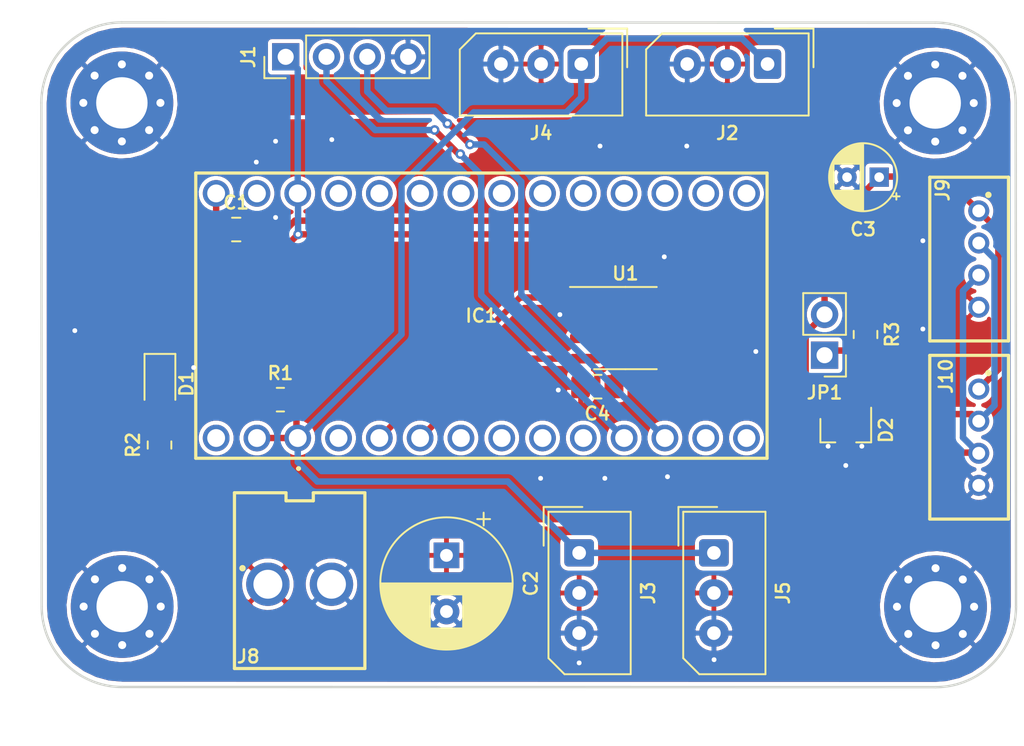
<source format=kicad_pcb>
(kicad_pcb (version 20171130) (host pcbnew "(5.1.6)-1")
  (layers (0 F.Cu signal) (31 B.Cu signal) (34 B.Paste user) (35 F.Paste user) (36 B.SilkS user) (37 F.SilkS user) (38 B.Mask user) (39 F.Mask user) (44 Edge.Cuts user))
  (net 0 "")
  (net 1 +5V)
  (net 2 GND)
  (net 3 +12V)
  (net 4 +3V3)
  (net 5 "Net-(D1-Pad2)")
  (net 6 /CANH)
  (net 7 /CANL)
  (net 8 /AX12_BUS)
  (net 9 "Net-(IC1-Pad36)")
  (net 10 "Net-(IC1-Pad25)")
  (net 11 "Net-(IC1-Pad23)")
  (net 12 "Net-(IC1-Pad22)")
  (net 13 "Net-(IC1-Pad21)")
  (net 14 "Net-(IC1-Pad20)")
  (net 15 "Net-(IC1-Pad19)")
  (net 16 "Net-(IC1-Pad18)")
  (net 17 "Net-(IC1-Pad17)")
  (net 18 "Net-(IC1-Pad16)")
  (net 19 "Net-(IC1-Pad15)")
  (net 20 "Net-(IC1-Pad14)")
  (net 21 "Net-(IC1-Pad13)")
  (net 22 "Net-(IC1-Pad12)")
  (net 23 "Net-(IC1-Pad11)")
  (net 24 /RX)
  (net 25 /TX)
  (net 26 "Net-(IC1-Pad8)")
  (net 27 "Net-(IC1-Pad7)")
  (net 28 "Net-(IC1-Pad6)")
  (net 29 "Net-(IC1-Pad5)")
  (net 30 /CANRX)
  (net 31 /CANTX)
  (net 32 "Net-(IC1-Pad2)")
  (net 33 "Net-(JP1-Pad1)")
  (net 34 "Net-(U1-Pad5)")
  (net 35 "Net-(U1-Pad8)")
  (module Connector_Molex:Molex_SPOX_5267-03A_1x03_P2.50mm_Vertical (layer F.Cu) (at 145.49 77.545001 270)
    (fp_text reference J5 (at 2.5 -4.3 90) (layer F.SilkS) (effects (font (size 0.8128 0.8128) (thickness 0.1524))))
    (fp_text value AX12)
    (pad 3 thru_hole oval (at 5 0 270) (size 1.7 1.85) (drill 0.85) (layers *.Cu *.Mask) (net 2 GND))
    (pad 2 thru_hole oval (at 2.5 0 270) (size 1.7 1.85) (drill 0.85) (layers *.Cu *.Mask) (net 3 +12V))
    (pad 1 thru_hole roundrect (at 0 0 270) (size 1.7 1.85) (drill 0.85) (layers *.Cu *.Mask) (roundrect_rratio 0.147059) (net 8 /AX12_BUS))
  )
  (module AREA_lib_composant:TEENSY32 (layer F.Cu) (at 119.58 70.39)
    (fp_text reference IC1 (at 11.435 -7.62) (layer F.SilkS) (effects (font (size 0.8128 0.8128) (thickness 0.1524))))
    (fp_text value TEENSY3.2 hide)
    (pad 1 thru_hole circle (at 0 0) (size 1.665 1.665) (drill 1.11) (layers *.Cu *.Mask) (net 8 /AX12_BUS))
    (pad 2 thru_hole circle (at 2.54 0) (size 1.665 1.665) (drill 1.11) (layers *.Cu *.Mask) (net 32 "Net-(IC1-Pad2)"))
    (pad 3 thru_hole circle (at 5.08 0) (size 1.665 1.665) (drill 1.11) (layers *.Cu *.Mask) (net 31 /CANTX))
    (pad 4 thru_hole circle (at 7.62 0) (size 1.665 1.665) (drill 1.11) (layers *.Cu *.Mask) (net 30 /CANRX))
    (pad 5 thru_hole circle (at 10.16 0) (size 1.665 1.665) (drill 1.11) (layers *.Cu *.Mask) (net 29 "Net-(IC1-Pad5)"))
    (pad 6 thru_hole circle (at 12.7 0) (size 1.665 1.665) (drill 1.11) (layers *.Cu *.Mask) (net 28 "Net-(IC1-Pad6)"))
    (pad 7 thru_hole circle (at 15.24 0) (size 1.665 1.665) (drill 1.11) (layers *.Cu *.Mask) (net 27 "Net-(IC1-Pad7)"))
    (pad 8 thru_hole circle (at 17.78 0) (size 1.665 1.665) (drill 1.11) (layers *.Cu *.Mask) (net 26 "Net-(IC1-Pad8)"))
    (pad 9 thru_hole circle (at 20.32 0) (size 1.665 1.665) (drill 1.11) (layers *.Cu *.Mask) (net 25 /TX))
    (pad 10 thru_hole circle (at 22.86 0) (size 1.665 1.665) (drill 1.11) (layers *.Cu *.Mask) (net 24 /RX))
    (pad 11 thru_hole circle (at 25.4 0) (size 1.665 1.665) (drill 1.11) (layers *.Cu *.Mask) (net 23 "Net-(IC1-Pad11)"))
    (pad 12 thru_hole circle (at 27.94 0) (size 1.665 1.665) (drill 1.11) (layers *.Cu *.Mask) (net 22 "Net-(IC1-Pad12)"))
    (pad 13 thru_hole circle (at 27.94 -15.24) (size 1.665 1.665) (drill 1.11) (layers *.Cu *.Mask) (net 21 "Net-(IC1-Pad13)"))
    (pad 14 thru_hole circle (at 25.4 -15.24) (size 1.665 1.665) (drill 1.11) (layers *.Cu *.Mask) (net 20 "Net-(IC1-Pad14)"))
    (pad 15 thru_hole circle (at 22.86 -15.24) (size 1.665 1.665) (drill 1.11) (layers *.Cu *.Mask) (net 19 "Net-(IC1-Pad15)"))
    (pad 16 thru_hole circle (at 20.32 -15.24) (size 1.665 1.665) (drill 1.11) (layers *.Cu *.Mask) (net 18 "Net-(IC1-Pad16)"))
    (pad 17 thru_hole circle (at 17.78 -15.24) (size 1.665 1.665) (drill 1.11) (layers *.Cu *.Mask) (net 17 "Net-(IC1-Pad17)"))
    (pad 18 thru_hole circle (at 15.24 -15.24) (size 1.665 1.665) (drill 1.11) (layers *.Cu *.Mask) (net 16 "Net-(IC1-Pad18)"))
    (pad 19 thru_hole circle (at 12.7 -15.24) (size 1.665 1.665) (drill 1.11) (layers *.Cu *.Mask) (net 15 "Net-(IC1-Pad19)"))
    (pad 20 thru_hole circle (at 10.16 -15.24) (size 1.665 1.665) (drill 1.11) (layers *.Cu *.Mask) (net 14 "Net-(IC1-Pad20)"))
    (pad 21 thru_hole circle (at 7.62 -15.24) (size 1.665 1.665) (drill 1.11) (layers *.Cu *.Mask) (net 13 "Net-(IC1-Pad21)"))
    (pad 22 thru_hole circle (at 5.08 -15.24) (size 1.665 1.665) (drill 1.11) (layers *.Cu *.Mask) (net 12 "Net-(IC1-Pad22)"))
    (pad 23 thru_hole circle (at 2.54 -15.24) (size 1.665 1.665) (drill 1.11) (layers *.Cu *.Mask) (net 11 "Net-(IC1-Pad23)"))
    (pad 24 thru_hole circle (at 0 -15.24) (size 1.665 1.665) (drill 1.11) (layers *.Cu *.Mask) (net 4 +3V3))
    (pad 25 thru_hole circle (at -2.54 -15.24) (size 1.665 1.665) (drill 1.11) (layers *.Cu *.Mask) (net 10 "Net-(IC1-Pad25)"))
    (pad 26 thru_hole circle (at -5.08 -15.24) (size 1.665 1.665) (drill 1.11) (layers *.Cu *.Mask) (net 1 +5V))
    (pad 36 thru_hole circle (at -5.08 0) (size 1.665 1.665) (drill 1.11) (layers *.Cu *.Mask) (net 9 "Net-(IC1-Pad36)"))
    (pad 37 thru_hole circle (at -2.54 0) (size 1.665 1.665) (drill 1.11) (layers *.Cu *.Mask) (net 8 /AX12_BUS))
  )
  (module Connector_Molex:Molex_SPOX_5267-03A_1x03_P2.50mm_Vertical (layer F.Cu) (at 137.1 77.545001 270)
    (fp_text reference J3 (at 2.5 -4.3 270) (layer F.SilkS) (effects (font (size 0.8128 0.8128) (thickness 0.1524))))
    (fp_text value AX12)
    (pad 3 thru_hole oval (at 5 0 270) (size 1.7 1.85) (drill 0.85) (layers *.Cu *.Mask) (net 2 GND))
    (pad 2 thru_hole oval (at 2.5 0 270) (size 1.7 1.85) (drill 0.85) (layers *.Cu *.Mask) (net 3 +12V))
    (pad 1 thru_hole roundrect (at 0 0 270) (size 1.7 1.85) (drill 0.85) (layers *.Cu *.Mask) (roundrect_rratio 0.147059) (net 8 /AX12_BUS))
  )
  (module MountingHole:MountingHole_3.2mm_M3_Pad_Via (layer F.Cu) (at 108.63 49.508763)
    (fp_text reference H4)
    (fp_text value MountingHole_Pad)
    (pad 1 thru_hole circle (at 1.697056 -1.697056) (size 0.8 0.8) (drill 0.5) (layers *.Cu *.Mask) (net 2 GND))
    (pad 1 thru_hole circle (at 0 -2.4) (size 0.8 0.8) (drill 0.5) (layers *.Cu *.Mask) (net 2 GND))
    (pad 1 thru_hole circle (at -1.697056 -1.697056) (size 0.8 0.8) (drill 0.5) (layers *.Cu *.Mask) (net 2 GND))
    (pad 1 thru_hole circle (at -2.4 0) (size 0.8 0.8) (drill 0.5) (layers *.Cu *.Mask) (net 2 GND))
    (pad 1 thru_hole circle (at -1.697056 1.697056) (size 0.8 0.8) (drill 0.5) (layers *.Cu *.Mask) (net 2 GND))
    (pad 1 thru_hole circle (at 0 2.4) (size 0.8 0.8) (drill 0.5) (layers *.Cu *.Mask) (net 2 GND))
    (pad 1 thru_hole circle (at 1.697056 1.697056) (size 0.8 0.8) (drill 0.5) (layers *.Cu *.Mask) (net 2 GND))
    (pad 1 thru_hole circle (at 2.4 0) (size 0.8 0.8) (drill 0.5) (layers *.Cu *.Mask) (net 2 GND))
    (pad 1 thru_hole circle (at 0 0) (size 6.4 6.4) (drill 3.2) (layers *.Cu *.Mask) (net 2 GND))
  )
  (module MountingHole:MountingHole_3.2mm_M3_Pad_Via (layer F.Cu) (at 159.268763 49.52)
    (fp_text reference H3)
    (fp_text value MountingHole_Pad hide)
    (pad 1 thru_hole circle (at 1.697056 -1.697056) (size 0.8 0.8) (drill 0.5) (layers *.Cu *.Mask) (net 2 GND))
    (pad 1 thru_hole circle (at 0 -2.4) (size 0.8 0.8) (drill 0.5) (layers *.Cu *.Mask) (net 2 GND))
    (pad 1 thru_hole circle (at -1.697056 -1.697056) (size 0.8 0.8) (drill 0.5) (layers *.Cu *.Mask) (net 2 GND))
    (pad 1 thru_hole circle (at -2.4 0) (size 0.8 0.8) (drill 0.5) (layers *.Cu *.Mask) (net 2 GND))
    (pad 1 thru_hole circle (at -1.697056 1.697056) (size 0.8 0.8) (drill 0.5) (layers *.Cu *.Mask) (net 2 GND))
    (pad 1 thru_hole circle (at 0 2.4) (size 0.8 0.8) (drill 0.5) (layers *.Cu *.Mask) (net 2 GND))
    (pad 1 thru_hole circle (at 1.697056 1.697056) (size 0.8 0.8) (drill 0.5) (layers *.Cu *.Mask) (net 2 GND))
    (pad 1 thru_hole circle (at 2.4 0) (size 0.8 0.8) (drill 0.5) (layers *.Cu *.Mask) (net 2 GND))
    (pad 1 thru_hole circle (at 0 0) (size 6.4 6.4) (drill 3.2) (layers *.Cu *.Mask) (net 2 GND))
  )
  (module MountingHole:MountingHole_3.2mm_M3_Pad_Via (layer F.Cu) (at 159.288763 80.9)
    (fp_text reference H2)
    (fp_text value MountingHole_Pad)
    (pad 1 thru_hole circle (at 1.697056 -1.697056) (size 0.8 0.8) (drill 0.5) (layers *.Cu *.Mask) (net 2 GND))
    (pad 1 thru_hole circle (at 0 -2.4) (size 0.8 0.8) (drill 0.5) (layers *.Cu *.Mask) (net 2 GND))
    (pad 1 thru_hole circle (at -1.697056 -1.697056) (size 0.8 0.8) (drill 0.5) (layers *.Cu *.Mask) (net 2 GND))
    (pad 1 thru_hole circle (at -2.4 0) (size 0.8 0.8) (drill 0.5) (layers *.Cu *.Mask) (net 2 GND))
    (pad 1 thru_hole circle (at -1.697056 1.697056) (size 0.8 0.8) (drill 0.5) (layers *.Cu *.Mask) (net 2 GND))
    (pad 1 thru_hole circle (at 0 2.4) (size 0.8 0.8) (drill 0.5) (layers *.Cu *.Mask) (net 2 GND))
    (pad 1 thru_hole circle (at 1.697056 1.697056) (size 0.8 0.8) (drill 0.5) (layers *.Cu *.Mask) (net 2 GND))
    (pad 1 thru_hole circle (at 2.4 0) (size 0.8 0.8) (drill 0.5) (layers *.Cu *.Mask) (net 2 GND))
    (pad 1 thru_hole circle (at 0 0) (size 6.4 6.4) (drill 3.2) (layers *.Cu *.Mask) (net 2 GND))
  )
  (module MountingHole:MountingHole_3.2mm_M3_Pad_Via (layer F.Cu) (at 108.65 80.888763)
    (fp_text reference H1)
    (fp_text value MountingHole_Pad)
    (pad 1 thru_hole circle (at 1.697056 -1.697056) (size 0.8 0.8) (drill 0.5) (layers *.Cu *.Mask) (net 2 GND))
    (pad 1 thru_hole circle (at 0 -2.4) (size 0.8 0.8) (drill 0.5) (layers *.Cu *.Mask) (net 2 GND))
    (pad 1 thru_hole circle (at -1.697056 -1.697056) (size 0.8 0.8) (drill 0.5) (layers *.Cu *.Mask) (net 2 GND))
    (pad 1 thru_hole circle (at -2.4 0) (size 0.8 0.8) (drill 0.5) (layers *.Cu *.Mask) (net 2 GND))
    (pad 1 thru_hole circle (at -1.697056 1.697056) (size 0.8 0.8) (drill 0.5) (layers *.Cu *.Mask) (net 2 GND))
    (pad 1 thru_hole circle (at 0 2.4) (size 0.8 0.8) (drill 0.5) (layers *.Cu *.Mask) (net 2 GND))
    (pad 1 thru_hole circle (at 1.697056 1.697056) (size 0.8 0.8) (drill 0.5) (layers *.Cu *.Mask) (net 2 GND))
    (pad 1 thru_hole circle (at 2.4 0) (size 0.8 0.8) (drill 0.5) (layers *.Cu *.Mask) (net 2 GND))
    (pad 1 thru_hole circle (at 0 0) (size 6.4 6.4) (drill 3.2) (layers *.Cu *.Mask) (net 2 GND))
  )
  (module Capacitor_THT:CP_Radial_D8.0mm_P3.50mm (layer F.Cu) (at 128.84 77.7 270)
    (fp_text reference C2 (at 1.75 -5.25 90) (layer F.SilkS) (effects (font (size 0.8128 0.8128) (thickness 0.1524))))
    (fp_text value 100u)
    (pad 2 thru_hole circle (at 3.5 0 270) (size 1.6 1.6) (drill 0.8) (layers *.Cu *.Mask) (net 2 GND))
    (pad 1 thru_hole rect (at 0 0 270) (size 1.6 1.6) (drill 0.8) (layers *.Cu *.Mask) (net 3 +12V))
  )
  (module Capacitor_THT:CP_Radial_D4.0mm_P2.00mm (layer F.Cu) (at 155.78 54.14 180)
    (fp_text reference C3 (at 1 -3.25) (layer F.SilkS) (effects (font (size 0.8128 0.8128) (thickness 0.1524))))
    (fp_text value 10u)
    (pad 2 thru_hole circle (at 2 0 180) (size 1.2 1.2) (drill 0.6) (layers *.Cu *.Mask) (net 2 GND))
    (pad 1 thru_hole rect (at 0 0 180) (size 1.2 1.2) (drill 0.6) (layers *.Cu *.Mask) (net 1 +5V))
  )
  (module LED_SMD:LED_0805_2012Metric_Pad1.15x1.40mm_HandSolder (layer F.Cu) (at 111 67.01 270)
    (fp_text reference D1 (at 0 -1.65 90) (layer F.SilkS) (effects (font (size 0.8128 0.8128) (thickness 0.1524))))
    (fp_text value LED_12V)
    (pad 2 smd roundrect (at 1.025 0 270) (size 1.15 1.4) (layers F.Cu F.Paste F.Mask) (roundrect_rratio 0.217391) (net 5 "Net-(D1-Pad2)"))
    (pad 1 smd roundrect (at -1.025 0 270) (size 1.15 1.4) (layers F.Cu F.Paste F.Mask) (roundrect_rratio 0.217391) (net 2 GND))
  )
  (module Package_TO_SOT_SMD:SOT-23 (layer F.Cu) (at 153.7 69.9 270)
    (fp_text reference D2 (at 0 -2.5 90) (layer F.SilkS) (effects (font (size 0.8128 0.8128) (thickness 0.1524))))
    (fp_text value TVS)
    (pad 3 smd rect (at 1 0 270) (size 0.9 0.8) (layers F.Cu F.Paste F.Mask) (net 2 GND))
    (pad 2 smd rect (at -1 0.95 270) (size 0.9 0.8) (layers F.Cu F.Paste F.Mask) (net 7 /CANL))
    (pad 1 smd rect (at -1 -0.95 270) (size 0.9 0.8) (layers F.Cu F.Paste F.Mask) (net 6 /CANH))
  )
  (module Connector_PinHeader_2.54mm:PinHeader_1x04_P2.54mm_Vertical (layer F.Cu) (at 118.83 46.64 90)
    (fp_text reference J1 (at 0 -2.33 90) (layer F.SilkS) (effects (font (size 0.8128 0.8128) (thickness 0.1524))))
    (fp_text value uart)
    (pad 4 thru_hole oval (at 0 7.62 90) (size 1.7 1.7) (drill 1) (layers *.Cu *.Mask) (net 2 GND))
    (pad 3 thru_hole oval (at 0 5.08 90) (size 1.7 1.7) (drill 1) (layers *.Cu *.Mask) (net 24 /RX))
    (pad 2 thru_hole oval (at 0 2.54 90) (size 1.7 1.7) (drill 1) (layers *.Cu *.Mask) (net 25 /TX))
    (pad 1 thru_hole rect (at 0 0 90) (size 1.7 1.7) (drill 1) (layers *.Cu *.Mask) (net 4 +3V3))
  )
  (module Connector_Molex:Molex_SPOX_5267-03A_1x03_P2.50mm_Vertical (layer F.Cu) (at 148.83 47.09 180)
    (fp_text reference J2 (at 2.5 -4.3) (layer F.SilkS) (effects (font (size 0.8128 0.8128) (thickness 0.1524))))
    (fp_text value AX12)
    (pad 3 thru_hole oval (at 5 0 180) (size 1.7 1.85) (drill 0.85) (layers *.Cu *.Mask) (net 2 GND))
    (pad 2 thru_hole oval (at 2.5 0 180) (size 1.7 1.85) (drill 0.85) (layers *.Cu *.Mask) (net 3 +12V))
    (pad 1 thru_hole roundrect (at 0 0 180) (size 1.7 1.85) (drill 0.85) (layers *.Cu *.Mask) (roundrect_rratio 0.147059) (net 8 /AX12_BUS))
  )
  (module Connector_Molex:Molex_SPOX_5267-03A_1x03_P2.50mm_Vertical (layer F.Cu) (at 137.23 47.09 180)
    (fp_text reference J4 (at 2.5 -4.3) (layer F.SilkS) (effects (font (size 0.8128 0.8128) (thickness 0.1524))))
    (fp_text value AX12)
    (pad 3 thru_hole oval (at 5 0 180) (size 1.7 1.85) (drill 0.85) (layers *.Cu *.Mask) (net 2 GND))
    (pad 2 thru_hole oval (at 2.5 0 180) (size 1.7 1.85) (drill 0.85) (layers *.Cu *.Mask) (net 3 +12V))
    (pad 1 thru_hole roundrect (at 0 0 180) (size 1.7 1.85) (drill 0.85) (layers *.Cu *.Mask) (roundrect_rratio 0.147059) (net 8 /AX12_BUS))
  )
  (module AREA_lib_Connector:Wuerth_3.96mm_2pin_645002114822 (layer F.Cu) (at 119.7 79 180)
    (fp_text reference J8 (at 3.2 -5) (layer F.SilkS) (effects (font (size 0.8128 0.8128) (thickness 0.1524))))
    (fp_text value 12VP)
    (pad 1 thru_hole circle (at 1.98 -0.5 180) (size 2.7 2.7) (drill 1.8) (layers *.Cu *.Mask) (net 3 +12V))
    (pad 2 thru_hole circle (at -1.98 -0.5 180) (size 2.7 2.7) (drill 1.8) (layers *.Cu *.Mask) (net 2 GND))
  )
  (module AREA_lib_Connector:Wuerth_2mm_4pin_62000411622 (layer F.Cu) (at 161.38 59.24 90)
    (fp_text reference J9 (at 4.3 -1.65 90) (layer F.SilkS) (effects (font (size 0.8128 0.8128) (thickness 0.1524))))
    (fp_text value Conn_CAN)
    (pad 1 thru_hole circle (at 3 0.6 90) (size 1.308 1.308) (drill 0.8) (layers *.Cu *.Mask) (net 1 +5V))
    (pad 2 thru_hole circle (at 1 0.6 90) (size 1.308 1.308) (drill 0.8) (layers *.Cu *.Mask) (net 6 /CANH))
    (pad 3 thru_hole circle (at -1 0.6 90) (size 1.308 1.308) (drill 0.8) (layers *.Cu *.Mask) (net 7 /CANL))
    (pad 4 thru_hole circle (at -3 0.6 90) (size 1.308 1.308) (drill 0.8) (layers *.Cu *.Mask) (net 2 GND))
  )
  (module AREA_lib_Connector:Wuerth_2mm_4pin_62000411622 (layer F.Cu) (at 161.38 70.34 90)
    (fp_text reference J10 (at 3.8 -1.45 90) (layer F.SilkS) (effects (font (size 0.8128 0.8128) (thickness 0.1524))))
    (fp_text value Conn_CAN)
    (pad 1 thru_hole circle (at 3 0.6 90) (size 1.308 1.308) (drill 0.8) (layers *.Cu *.Mask) (net 1 +5V))
    (pad 2 thru_hole circle (at 1 0.6 90) (size 1.308 1.308) (drill 0.8) (layers *.Cu *.Mask) (net 6 /CANH))
    (pad 3 thru_hole circle (at -1 0.6 90) (size 1.308 1.308) (drill 0.8) (layers *.Cu *.Mask) (net 7 /CANL))
    (pad 4 thru_hole circle (at -3 0.6 90) (size 1.308 1.308) (drill 0.8) (layers *.Cu *.Mask) (net 2 GND))
  )
  (module Connector_PinHeader_2.54mm:PinHeader_1x02_P2.54mm_Vertical (layer F.Cu) (at 152.38 65.23 180)
    (fp_text reference JP1 (at 0 -2.33) (layer F.SilkS) (effects (font (size 0.8128 0.8128) (thickness 0.1524))))
    (fp_text value 120)
    (pad 2 thru_hole oval (at 0 2.54 180) (size 1.7 1.7) (drill 1) (layers *.Cu *.Mask) (net 7 /CANL))
    (pad 1 thru_hole rect (at 0 0 180) (size 1.7 1.7) (drill 1) (layers *.Cu *.Mask) (net 33 "Net-(JP1-Pad1)"))
  )
  (module Package_SO:SOIC-8_3.9x4.9mm_P1.27mm (layer F.Cu) (at 139.98 63.54)
    (fp_text reference U1 (at 0 -3.4) (layer F.SilkS) (effects (font (size 0.8128 0.8128) (thickness 0.1524))))
    (fp_text value SN65HVD232)
    (pad 8 smd roundrect (at 2.475 -1.905) (size 1.95 0.6) (layers F.Cu F.Paste F.Mask) (net 35 "Net-(U1-Pad8)"))
    (pad 7 smd roundrect (at 2.475 -0.635) (size 1.95 0.6) (layers F.Cu F.Paste F.Mask) (net 6 /CANH))
    (pad 6 smd roundrect (at 2.475 0.635) (size 1.95 0.6) (layers F.Cu F.Paste F.Mask) (net 7 /CANL))
    (pad 5 smd roundrect (at 2.475 1.905) (size 1.95 0.6) (layers F.Cu F.Paste F.Mask) (net 34 "Net-(U1-Pad5)"))
    (pad 4 smd roundrect (at -2.475 1.905) (size 1.95 0.6) (layers F.Cu F.Paste F.Mask) (net 30 /CANRX))
    (pad 3 smd roundrect (at -2.475 0.635) (size 1.95 0.6) (layers F.Cu F.Paste F.Mask) (net 4 +3V3))
    (pad 2 smd roundrect (at -2.475 -0.635) (size 1.95 0.6) (layers F.Cu F.Paste F.Mask) (net 2 GND))
    (pad 1 smd roundrect (at -2.475 -1.905) (size 1.95 0.6) (layers F.Cu F.Paste F.Mask) (net 31 /CANTX))
  )
  (module Capacitor_SMD:C_0805_2012Metric_Pad1.18x1.45mm_HandSolder (layer F.Cu) (at 115.75 57.4)
    (fp_text reference C1 (at 0 -1.68) (layer F.SilkS) (effects (font (size 0.8128 0.8128) (thickness 0.1524))))
    (fp_text value 100n)
    (pad 1 smd roundrect (at -1.0375 0) (size 1.175 1.45) (layers F.Cu F.Paste F.Mask) (roundrect_rratio 0.212766) (net 1 +5V))
    (pad 2 smd roundrect (at 1.0375 0) (size 1.175 1.45) (layers F.Cu F.Paste F.Mask) (roundrect_rratio 0.212766) (net 2 GND))
  )
  (module Capacitor_SMD:C_0805_2012Metric_Pad1.18x1.45mm_HandSolder (layer F.Cu) (at 138.23 67.19 180)
    (fp_text reference C4 (at 0 -1.68) (layer F.SilkS) (effects (font (size 0.8128 0.8128) (thickness 0.1524))))
    (fp_text value 100n)
    (pad 2 smd roundrect (at 1.0375 0 180) (size 1.175 1.45) (layers F.Cu F.Paste F.Mask) (roundrect_rratio 0.212766) (net 2 GND))
    (pad 1 smd roundrect (at -1.0375 0 180) (size 1.175 1.45) (layers F.Cu F.Paste F.Mask) (roundrect_rratio 0.212766) (net 4 +3V3))
  )
  (module Resistor_SMD:R_0805_2012Metric_Pad1.20x1.40mm_HandSolder (layer F.Cu) (at 118.5 68)
    (fp_text reference R1 (at 0 -1.65) (layer F.SilkS) (effects (font (size 0.8128 0.8128) (thickness 0.1524))))
    (fp_text value 1.5K)
    (pad 1 smd roundrect (at -1 0) (size 1.2 1.4) (layers F.Cu F.Paste F.Mask) (roundrect_rratio 0.208333) (net 4 +3V3))
    (pad 2 smd roundrect (at 1 0) (size 1.2 1.4) (layers F.Cu F.Paste F.Mask) (roundrect_rratio 0.208333) (net 8 /AX12_BUS))
  )
  (module Resistor_SMD:R_0805_2012Metric_Pad1.20x1.40mm_HandSolder (layer F.Cu) (at 110.975001 70.824999 90)
    (fp_text reference R2 (at 0 -1.65 90) (layer F.SilkS) (effects (font (size 0.8128 0.8128) (thickness 0.1524))))
    (fp_text value 2k)
    (pad 2 smd roundrect (at 1 0 90) (size 1.2 1.4) (layers F.Cu F.Paste F.Mask) (roundrect_rratio 0.208333) (net 5 "Net-(D1-Pad2)"))
    (pad 1 smd roundrect (at -1 0 90) (size 1.2 1.4) (layers F.Cu F.Paste F.Mask) (roundrect_rratio 0.208333) (net 3 +12V))
  )
  (module Resistor_SMD:R_0805_2012Metric_Pad1.20x1.40mm_HandSolder (layer F.Cu) (at 154.93 63.94 270)
    (fp_text reference R3 (at 0 -1.65 90) (layer F.SilkS) (effects (font (size 0.8128 0.8128) (thickness 0.1524))))
    (fp_text value 120)
    (pad 1 smd roundrect (at -1 0 270) (size 1.2 1.4) (layers F.Cu F.Paste F.Mask) (roundrect_rratio 0.208333) (net 6 /CANH))
    (pad 2 smd roundrect (at 1 0 270) (size 1.2 1.4) (layers F.Cu F.Paste F.Mask) (roundrect_rratio 0.208333) (net 33 "Net-(JP1-Pad1)"))
  )
  (gr_line (start 159.288763 85.911237) (end 108.65 85.9) (layer Edge.Cuts) (width 0.15))
  (gr_line (start 159.268763 44.508763) (end 108.63 44.497526) (layer Edge.Cuts) (width 0.15))
  (gr_line (start 103.638763 80.888763) (end 103.618763 49.508763) (layer Edge.Cuts) (width 0.15))
  (gr_arc (start 108.63 49.508763) (end 108.63 44.497526) (angle -90) (layer Edge.Cuts) (width 0.15))
  (gr_arc (start 108.65 80.888763) (end 103.638763 80.888763) (angle -90) (layer Edge.Cuts) (width 0.15))
  (gr_line (start 164.28 49.52) (end 164.3 80.9) (layer Edge.Cuts) (width 0.15))
  (gr_arc (start 159.288763 80.9) (end 159.288763 85.911237) (angle -90) (layer Edge.Cuts) (width 0.15))
  (gr_arc (start 159.268763 49.52) (end 164.28 49.52) (angle -90) (layer Edge.Cuts) (width 0.15))
  (segment (start 161.98 67.34) (end 163.2 66.12) (width 0.4) (layer F.Cu) (net 1))
  (segment (start 163.2 57.46) (end 161.98 56.24) (width 0.4) (layer F.Cu) (net 1))
  (segment (start 163.2 66.12) (end 163.2 57.46) (width 0.4) (layer F.Cu) (net 1))
  (segment (start 155.82 54.1) (end 155.78 54.14) (width 0.4) (layer F.Cu) (net 1))
  (segment (start 159.84 54.1) (end 155.82 54.1) (width 0.4) (layer F.Cu) (net 1))
  (segment (start 161.98 56.24) (end 159.84 54.1) (width 0.4) (layer F.Cu) (net 1))
  (segment (start 114.5 57.1875) (end 114.7125 57.4) (width 0.4) (layer F.Cu) (net 1))
  (segment (start 114.5 55.15) (end 114.5 57.1875) (width 0.4) (layer F.Cu) (net 1))
  (segment (start 153.07 56.85) (end 155.78 54.14) (width 0.4) (layer F.Cu) (net 1))
  (segment (start 117.4 58.85) (end 119.4 56.85) (width 0.4) (layer F.Cu) (net 1))
  (segment (start 114.7125 58.3125) (end 115.25 58.85) (width 0.4) (layer F.Cu) (net 1))
  (segment (start 115.25 58.85) (end 117.4 58.85) (width 0.4) (layer F.Cu) (net 1))
  (segment (start 114.7125 57.4) (end 114.7125 58.3125) (width 0.4) (layer F.Cu) (net 1))
  (segment (start 119.4 56.85) (end 153.07 56.85) (width 0.4) (layer F.Cu) (net 1))
  (via (at 113.1 66) (size 0.6) (drill 0.3) (layers F.Cu B.Cu) (net 2))
  (segment (start 113.085 65.985) (end 113.1 66) (width 0.4) (layer F.Cu) (net 2))
  (segment (start 111 65.985) (end 113.085 65.985) (width 0.4) (layer F.Cu) (net 2))
  (via (at 135.9 62.7) (size 0.6) (drill 0.3) (layers F.Cu B.Cu) (net 2))
  (segment (start 136.105 62.905) (end 135.9 62.7) (width 0.4) (layer F.Cu) (net 2))
  (segment (start 137.505 62.905) (end 136.105 62.905) (width 0.4) (layer F.Cu) (net 2))
  (via (at 135.8 67.4) (size 0.6) (drill 0.3) (layers F.Cu B.Cu) (net 2))
  (segment (start 136.01 67.19) (end 135.8 67.4) (width 0.4) (layer F.Cu) (net 2))
  (segment (start 137.1925 67.19) (end 136.01 67.19) (width 0.4) (layer F.Cu) (net 2))
  (via (at 137.1 84.4) (size 0.6) (drill 0.3) (layers F.Cu B.Cu) (net 2))
  (via (at 145.5 84.2) (size 0.6) (drill 0.3) (layers F.Cu B.Cu) (net 2))
  (via (at 153.7 72.1) (size 0.6) (drill 0.3) (layers F.Cu B.Cu) (net 2))
  (via (at 154.7 70.9) (size 0.6) (drill 0.3) (layers F.Cu B.Cu) (net 2))
  (via (at 152.6 70.9) (size 0.6) (drill 0.3) (layers F.Cu B.Cu) (net 2))
  (via (at 134.7 72.9) (size 0.6) (drill 0.3) (layers F.Cu B.Cu) (net 2))
  (via (at 142.6 72.8) (size 0.6) (drill 0.3) (layers F.Cu B.Cu) (net 2))
  (via (at 138.7 72.9) (size 0.6) (drill 0.3) (layers F.Cu B.Cu) (net 2))
  (via (at 142.4 59.1) (size 0.6) (drill 0.3) (layers F.Cu B.Cu) (net 2))
  (via (at 148.1 65) (size 0.6) (drill 0.3) (layers F.Cu B.Cu) (net 2))
  (via (at 158.5 58.1) (size 0.6) (drill 0.3) (layers F.Cu B.Cu) (net 2))
  (via (at 158.5 63.6) (size 0.6) (drill 0.3) (layers F.Cu B.Cu) (net 2))
  (via (at 143.8 52.2) (size 0.6) (drill 0.3) (layers F.Cu B.Cu) (net 2))
  (via (at 138.4 52.2) (size 0.6) (drill 0.3) (layers F.Cu B.Cu) (net 2))
  (via (at 121.7 51.8) (size 0.6) (drill 0.3) (layers F.Cu B.Cu) (net 2))
  (via (at 118.2 51.9) (size 0.6) (drill 0.3) (layers F.Cu B.Cu) (net 2))
  (via (at 117 53.2) (size 0.6) (drill 0.3) (layers F.Cu B.Cu) (net 2))
  (via (at 105.7 63.7) (size 0.6) (drill 0.3) (layers F.Cu B.Cu) (net 2))
  (via (at 118.2 56.65) (size 0.6) (drill 0.3) (layers F.Cu B.Cu) (net 2))
  (segment (start 119.58 47.39) (end 118.83 46.64) (width 0.4) (layer B.Cu) (net 4))
  (segment (start 119.58 55.15) (end 119.58 47.39) (width 0.4) (layer B.Cu) (net 4))
  (segment (start 137.505 64.175) (end 138.975 64.175) (width 0.4) (layer F.Cu) (net 4))
  (segment (start 138.975 64.175) (end 139.2675 64.4675) (width 0.4) (layer F.Cu) (net 4))
  (via (at 119.6 57.7) (size 0.6) (drill 0.3) (layers F.Cu B.Cu) (net 4))
  (segment (start 117.5 59.8) (end 119.6 57.7) (width 0.4) (layer F.Cu) (net 4))
  (segment (start 117.5 68) (end 117.5 59.8) (width 0.4) (layer F.Cu) (net 4))
  (segment (start 119.6 55.17) (end 119.58 55.15) (width 0.4) (layer B.Cu) (net 4))
  (segment (start 119.6 57.7) (end 119.6 55.17) (width 0.4) (layer B.Cu) (net 4))
  (segment (start 139.3 63.85) (end 138.975 64.175) (width 0.4) (layer F.Cu) (net 4))
  (segment (start 139.3 61.3) (end 139.3 63.85) (width 0.4) (layer F.Cu) (net 4))
  (segment (start 135.7 57.7) (end 139.3 61.3) (width 0.4) (layer F.Cu) (net 4))
  (segment (start 119.6 57.7) (end 135.7 57.7) (width 0.4) (layer F.Cu) (net 4))
  (segment (start 139.2675 64.4675) (end 139.2675 64.7325) (width 0.4) (layer F.Cu) (net 4))
  (segment (start 139.2675 64.7325) (end 139.2675 67.19) (width 0.4) (layer F.Cu) (net 4))
  (segment (start 139.3 64.435) (end 139.2675 64.4675) (width 0.4) (layer F.Cu) (net 4))
  (segment (start 139.3 63.85) (end 139.3 64.435) (width 0.4) (layer F.Cu) (net 4))
  (segment (start 110.975001 68.059999) (end 111 68.035) (width 0.4) (layer F.Cu) (net 5))
  (segment (start 110.975001 69.824999) (end 110.975001 68.059999) (width 0.4) (layer F.Cu) (net 5))
  (segment (start 142.455 62.905) (end 144.195 62.905) (width 0.4) (layer F.Cu) (net 6))
  (segment (start 144.195 62.905) (end 148.1 59) (width 0.4) (layer F.Cu) (net 6))
  (segment (start 148.1 59) (end 154.1 59) (width 0.4) (layer F.Cu) (net 6))
  (segment (start 154.93 59.83) (end 154.93 62.94) (width 0.4) (layer F.Cu) (net 6))
  (segment (start 154.1 59) (end 154.93 59.83) (width 0.4) (layer F.Cu) (net 6))
  (segment (start 154.65 68.9) (end 161.54 68.9) (width 0.4) (layer F.Cu) (net 6))
  (segment (start 161.54 68.9) (end 161.98 69.34) (width 0.4) (layer F.Cu) (net 6))
  (segment (start 162.961001 59.221001) (end 161.98 58.24) (width 0.4) (layer B.Cu) (net 6))
  (segment (start 162.961001 68.358999) (end 162.961001 59.221001) (width 0.4) (layer B.Cu) (net 6))
  (segment (start 161.98 69.34) (end 162.961001 68.358999) (width 0.4) (layer B.Cu) (net 6))
  (segment (start 155.95701 66.49299) (end 154.65 67.8) (width 0.4) (layer F.Cu) (net 6))
  (segment (start 154.65 67.8) (end 154.65 68.9) (width 0.4) (layer F.Cu) (net 6))
  (segment (start 155.95701 64.350992) (end 155.95701 66.49299) (width 0.4) (layer F.Cu) (net 6))
  (segment (start 154.93 62.94) (end 154.93 63.323982) (width 0.4) (layer F.Cu) (net 6))
  (segment (start 154.93 63.323982) (end 155.95701 64.350992) (width 0.4) (layer F.Cu) (net 6))
  (segment (start 142.455 64.175) (end 144.125 64.175) (width 0.4) (layer F.Cu) (net 7))
  (segment (start 144.125 64.175) (end 148.6 59.7) (width 0.4) (layer F.Cu) (net 7))
  (segment (start 148.6 59.7) (end 151.8 59.7) (width 0.4) (layer F.Cu) (net 7))
  (segment (start 152.38 60.28) (end 152.38 62.69) (width 0.4) (layer F.Cu) (net 7))
  (segment (start 151.8 59.7) (end 152.38 60.28) (width 0.4) (layer F.Cu) (net 7))
  (segment (start 151.202999 67.352999) (end 152.75 68.9) (width 0.4) (layer F.Cu) (net 7))
  (segment (start 151.202999 63.867001) (end 151.202999 67.352999) (width 0.4) (layer F.Cu) (net 7))
  (segment (start 152.38 62.69) (end 151.202999 63.867001) (width 0.4) (layer F.Cu) (net 7))
  (segment (start 161.94 71.3) (end 161.98 71.34) (width 0.4) (layer F.Cu) (net 7))
  (segment (start 159.2 71.3) (end 161.94 71.3) (width 0.4) (layer F.Cu) (net 7))
  (segment (start 157.75 69.85) (end 159.2 71.3) (width 0.4) (layer F.Cu) (net 7))
  (segment (start 153.75 69.85) (end 157.75 69.85) (width 0.4) (layer F.Cu) (net 7))
  (segment (start 152.8 68.9) (end 153.75 69.85) (width 0.4) (layer F.Cu) (net 7))
  (segment (start 152.75 68.9) (end 152.8 68.9) (width 0.4) (layer F.Cu) (net 7))
  (segment (start 160.998999 70.358999) (end 161.98 71.34) (width 0.4) (layer B.Cu) (net 7))
  (segment (start 160.998999 61.221001) (end 160.998999 70.358999) (width 0.4) (layer B.Cu) (net 7))
  (segment (start 161.98 60.24) (end 160.998999 61.221001) (width 0.4) (layer B.Cu) (net 7))
  (segment (start 117.04 70.39) (end 119.58 70.39) (width 0.4) (layer F.Cu) (net 8))
  (segment (start 119.5 70.31) (end 119.58 70.39) (width 0.4) (layer F.Cu) (net 8))
  (segment (start 119.5 68) (end 119.5 70.31) (width 0.4) (layer F.Cu) (net 8))
  (segment (start 137.1 77.545001) (end 132.654999 73.1) (width 0.4) (layer B.Cu) (net 8))
  (segment (start 132.654999 73.1) (end 120.8 73.1) (width 0.4) (layer B.Cu) (net 8))
  (segment (start 119.58 71.88) (end 119.58 70.39) (width 0.4) (layer B.Cu) (net 8))
  (segment (start 120.8 73.1) (end 119.58 71.88) (width 0.4) (layer B.Cu) (net 8))
  (segment (start 126.040499 54.593439) (end 130.533938 50.1) (width 0.4) (layer B.Cu) (net 8))
  (segment (start 126.040499 63.929501) (end 126.040499 54.593439) (width 0.4) (layer B.Cu) (net 8))
  (segment (start 119.58 70.39) (end 126.040499 63.929501) (width 0.4) (layer B.Cu) (net 8))
  (segment (start 130.533938 50.1) (end 136.3 50.1) (width 0.4) (layer B.Cu) (net 8))
  (segment (start 137.23 49.17) (end 137.23 47.09) (width 0.4) (layer B.Cu) (net 8))
  (segment (start 136.3 50.1) (end 137.23 49.17) (width 0.4) (layer B.Cu) (net 8))
  (segment (start 138.82 45.5) (end 147.24 45.5) (width 0.4) (layer B.Cu) (net 8))
  (segment (start 147.24 45.5) (end 148.83 47.09) (width 0.4) (layer B.Cu) (net 8))
  (segment (start 137.23 47.09) (end 138.82 45.5) (width 0.4) (layer B.Cu) (net 8))
  (segment (start 137.1 77.545001) (end 145.49 77.545001) (width 0.4) (layer B.Cu) (net 8))
  (via (at 128.9 50.8) (size 0.6) (drill 0.3) (layers F.Cu B.Cu) (net 24))
  (via (at 130.3 52.1) (size 0.6) (drill 0.3) (layers F.Cu B.Cu) (net 24))
  (segment (start 129 50.8) (end 130.3 52.1) (width 0.4) (layer F.Cu) (net 24))
  (segment (start 128.9 50.8) (end 129 50.8) (width 0.4) (layer F.Cu) (net 24))
  (segment (start 133.5 61.45) (end 142.44 70.39) (width 0.4) (layer B.Cu) (net 24))
  (segment (start 133.5 54.426969) (end 133.5 61.45) (width 0.4) (layer B.Cu) (net 24))
  (segment (start 131.173031 52.1) (end 133.5 54.426969) (width 0.4) (layer B.Cu) (net 24))
  (segment (start 130.3 52.1) (end 131.173031 52.1) (width 0.4) (layer B.Cu) (net 24))
  (segment (start 128.1 50) (end 128.9 50.8) (width 0.4) (layer B.Cu) (net 24))
  (segment (start 125.1 50) (end 128.1 50) (width 0.4) (layer B.Cu) (net 24))
  (segment (start 123.91 48.81) (end 125.1 50) (width 0.4) (layer B.Cu) (net 24))
  (segment (start 123.91 46.64) (end 123.91 48.81) (width 0.4) (layer B.Cu) (net 24))
  (via (at 129.7 52.7) (size 0.6) (drill 0.3) (layers F.Cu B.Cu) (net 25))
  (via (at 128.1 51.2) (size 0.6) (drill 0.3) (layers F.Cu B.Cu) (net 25))
  (segment (start 129.6 52.7) (end 128.1 51.2) (width 0.4) (layer F.Cu) (net 25))
  (segment (start 129.7 52.7) (end 129.6 52.7) (width 0.4) (layer F.Cu) (net 25))
  (segment (start 131 54) (end 129.7 52.7) (width 0.4) (layer B.Cu) (net 25))
  (segment (start 131 61.49) (end 131 54) (width 0.4) (layer B.Cu) (net 25))
  (segment (start 139.9 70.39) (end 131 61.49) (width 0.4) (layer B.Cu) (net 25))
  (segment (start 121.37 48.17) (end 121.37 46.64) (width 0.4) (layer B.Cu) (net 25))
  (segment (start 124.4 51.2) (end 121.37 48.17) (width 0.4) (layer B.Cu) (net 25))
  (segment (start 128.1 51.2) (end 124.4 51.2) (width 0.4) (layer B.Cu) (net 25))
  (segment (start 132.145 65.445) (end 127.2 70.39) (width 0.4) (layer F.Cu) (net 30))
  (segment (start 137.505 65.445) (end 132.145 65.445) (width 0.4) (layer F.Cu) (net 30))
  (segment (start 133.415 61.635) (end 137.505 61.635) (width 0.4) (layer F.Cu) (net 31))
  (segment (start 124.66 70.39) (end 133.415 61.635) (width 0.4) (layer F.Cu) (net 31))
  (segment (start 152.67 64.94) (end 152.38 65.23) (width 0.4) (layer F.Cu) (net 33))
  (segment (start 154.93 64.94) (end 152.67 64.94) (width 0.4) (layer F.Cu) (net 33))
  (zone (net 2) (net_name GND) (layer F.Cu) (connect_pads (clearance 0.254)) (min_thickness 0.254) (fill yes (arc_segments 32) (thermal_gap 0.254) (thermal_bridge_width 0.3))
    (polygon (pts (xy 164.8 44) (xy 164.357541 87.850012) (xy 101.042459 87.749988) (xy 101.2 43.1)))
  )
  (zone (net 2) (net_name GND) (layer B.Cu) (connect_pads (clearance 0.254)) (min_thickness 0.254) (fill yes (arc_segments 32) (thermal_gap 0.254) (thermal_bridge_width 0.3))
    (polygon (pts (xy 164.5 43.8) (xy 164.3 89.6) (xy 101.4 89.6) (xy 101.299964 43.30854)))
  )
  (zone (net 3) (net_name +12V) (layer F.Cu) (priority 1) (connect_pads (clearance 0.254)) (min_thickness 0.254) (fill yes (arc_segments 32) (thermal_gap 0.254) (thermal_bridge_width 0.3) (smoothing fillet) (radius 1))
    (polygon (pts (xy 150.85 50.05) (xy 118.027684 50.289465) (xy 111.972317 55.810535) (xy 111.8 72.35) (xy 115.35 75.9) (xy 148 75.9) (xy 148 81.8) (xy 116.175 81.8) (xy 107.4 74.25) (xy 107.4 55.65) (xy 115.75 47.75) (xy 129.45 47.7) (xy 129.45 45.3) (xy 150.85 45.3)))
  )
)
</source>
